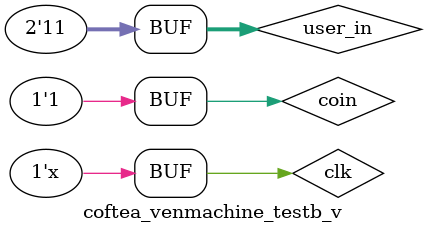
<source format=v>
`timescale 1ns / 1ps


module coftea_venmachine_testb_v;

	// Inputs
	reg clk;
	reg coin;
	reg [1:0] user_in;

	// Outputs
	wire tea;
	wire coffee;
	wire coin_ret;

	// Instantiate the Unit Under Test (UUT)
	coftea_venmachine uut (
		.clk(clk), 
		.coin(coin), 
		.user_in(user_in), 
		.tea(tea), 
		.coffee(coffee), 
		.coin_ret(coin_ret)
	);

	initial begin
		// Initialize Inputs
		clk = 1;
		coin = 0;
		user_in = 0;

		// Wait 100 ns for global reset to finish
		#100;
        
		// Add stimulus here
		
		#200 coin = 1;
		#200 user_in = 2'b11;

	end
	always #200 clk = ~clk;  //Toggle clock for 200ns.
      
endmodule


</source>
